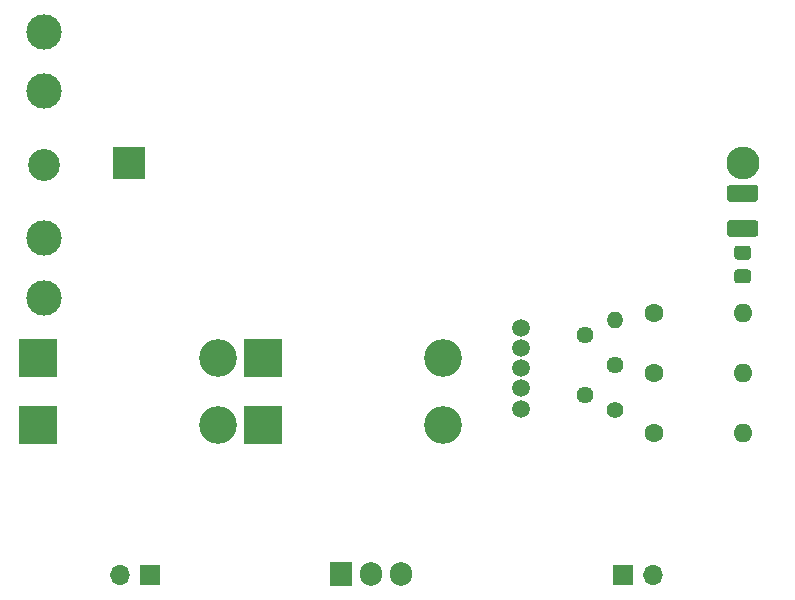
<source format=gbr>
%TF.GenerationSoftware,KiCad,Pcbnew,5.1.8-5.1.8*%
%TF.CreationDate,2023-07-26T00:19:43+02:00*%
%TF.ProjectId,C64-PSU-PCB-replacement-for-902503-06,4336342d-5053-4552-9d50-43422d726570,rev?*%
%TF.SameCoordinates,Original*%
%TF.FileFunction,Soldermask,Top*%
%TF.FilePolarity,Negative*%
%FSLAX46Y46*%
G04 Gerber Fmt 4.6, Leading zero omitted, Abs format (unit mm)*
G04 Created by KiCad (PCBNEW 5.1.8-5.1.8) date 2023-07-26 00:19:43*
%MOMM*%
%LPD*%
G01*
G04 APERTURE LIST*
%ADD10C,1.500000*%
%ADD11C,3.000000*%
%ADD12O,1.905000X2.000000*%
%ADD13R,1.905000X2.000000*%
%ADD14O,1.700000X1.700000*%
%ADD15R,1.700000X1.700000*%
%ADD16C,2.700000*%
%ADD17C,1.440000*%
%ADD18O,1.400000X1.400000*%
%ADD19C,1.400000*%
%ADD20O,3.200000X3.200000*%
%ADD21R,3.200000X3.200000*%
%ADD22R,3.200001X3.200001*%
%ADD23O,3.200001X3.200001*%
%ADD24O,1.600000X1.600000*%
%ADD25C,1.600000*%
%ADD26O,2.800000X2.800000*%
%ADD27R,2.800000X2.800000*%
G04 APERTURE END LIST*
D10*
%TO.C,PS1*%
X73914000Y-54004000D03*
X73914000Y-55704000D03*
X73914000Y-57404000D03*
X73914000Y-59104000D03*
X73914000Y-60804000D03*
%TD*%
D11*
%TO.C,J4*%
X33528000Y-33909000D03*
%TD*%
%TO.C,J3*%
X33528000Y-46355000D03*
%TD*%
%TO.C,R2*%
G36*
G01*
X93134601Y-48207340D02*
X92234599Y-48207340D01*
G75*
G02*
X91984600Y-47957341I0J249999D01*
G01*
X91984600Y-47257339D01*
G75*
G02*
X92234599Y-47007340I249999J0D01*
G01*
X93134601Y-47007340D01*
G75*
G02*
X93384600Y-47257339I0J-249999D01*
G01*
X93384600Y-47957341D01*
G75*
G02*
X93134601Y-48207340I-249999J0D01*
G01*
G37*
G36*
G01*
X93134601Y-50207340D02*
X92234599Y-50207340D01*
G75*
G02*
X91984600Y-49957341I0J249999D01*
G01*
X91984600Y-49257339D01*
G75*
G02*
X92234599Y-49007340I249999J0D01*
G01*
X93134601Y-49007340D01*
G75*
G02*
X93384600Y-49257339I0J-249999D01*
G01*
X93384600Y-49957341D01*
G75*
G02*
X93134601Y-50207340I-249999J0D01*
G01*
G37*
%TD*%
%TO.C,D7*%
G36*
G01*
X91609600Y-44847000D02*
X93759600Y-44847000D01*
G75*
G02*
X94009600Y-45097000I0J-250000D01*
G01*
X94009600Y-46022000D01*
G75*
G02*
X93759600Y-46272000I-250000J0D01*
G01*
X91609600Y-46272000D01*
G75*
G02*
X91359600Y-46022000I0J250000D01*
G01*
X91359600Y-45097000D01*
G75*
G02*
X91609600Y-44847000I250000J0D01*
G01*
G37*
G36*
G01*
X91609600Y-41872000D02*
X93759600Y-41872000D01*
G75*
G02*
X94009600Y-42122000I0J-250000D01*
G01*
X94009600Y-43047000D01*
G75*
G02*
X93759600Y-43297000I-250000J0D01*
G01*
X91609600Y-43297000D01*
G75*
G02*
X91359600Y-43047000I0J250000D01*
G01*
X91359600Y-42122000D01*
G75*
G02*
X91609600Y-41872000I250000J0D01*
G01*
G37*
%TD*%
D12*
%TO.C,U0*%
X63754000Y-74803000D03*
X61214000Y-74803000D03*
D13*
X58674000Y-74803000D03*
%TD*%
D14*
%TO.C,J1*%
X40005000Y-74930000D03*
D15*
X42545000Y-74930000D03*
%TD*%
D16*
%TO.C,F2*%
X33528000Y-40185000D03*
D11*
X33528000Y-28935000D03*
X33528000Y-51435000D03*
%TD*%
D17*
%TO.C,RV1*%
X79375000Y-59690000D03*
X81915000Y-57150000D03*
X79375000Y-54610000D03*
%TD*%
D18*
%TO.C,R1*%
X81915000Y-53340000D03*
D19*
X81915000Y-60960000D03*
%TD*%
D14*
%TO.C,J2*%
X85090000Y-74930000D03*
D15*
X82550000Y-74930000D03*
%TD*%
D20*
%TO.C,D4*%
X67310000Y-62230000D03*
D21*
X52070000Y-62230000D03*
%TD*%
D20*
%TO.C,D3*%
X67310000Y-56515000D03*
D22*
X52070000Y-56515000D03*
%TD*%
D20*
%TO.C,D2*%
X48260000Y-62230000D03*
D21*
X33020000Y-62230000D03*
%TD*%
D23*
%TO.C,D1*%
X48260000Y-56515000D03*
D21*
X33020000Y-56515000D03*
%TD*%
D24*
%TO.C,C6*%
X92710000Y-62865000D03*
D25*
X85210000Y-62865000D03*
%TD*%
D24*
%TO.C,C5*%
X92710000Y-57785000D03*
D25*
X85210000Y-57785000D03*
%TD*%
D24*
%TO.C,C4*%
X92710000Y-52705000D03*
D25*
X85210000Y-52705000D03*
%TD*%
D26*
%TO.C,C1*%
X92710000Y-40005000D03*
D27*
X40710000Y-40005000D03*
%TD*%
M02*

</source>
